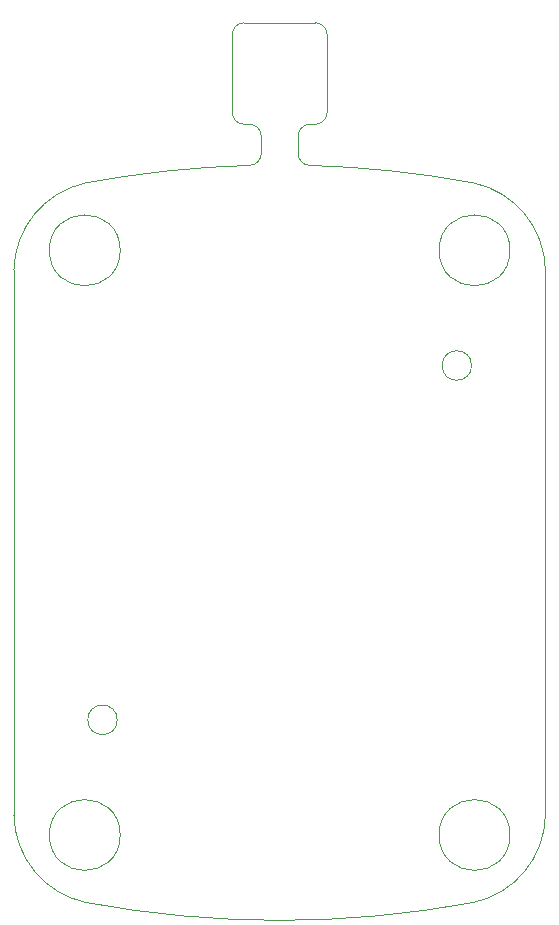
<source format=gko>
G04*
G04 #@! TF.GenerationSoftware,Altium Limited,Altium Designer,19.0.10 (269)*
G04*
G04 Layer_Color=16711935*
%FSLAX25Y25*%
%MOIN*%
G70*
G01*
G75*
%ADD22C,0.00394*%
D22*
X104370Y295275D02*
G03*
X100433Y299212I-3937J0D01*
G01*
X100433Y265354D02*
G03*
X104370Y269291I0J3937D01*
G01*
X72795Y269291D02*
G03*
X76732Y265354I3937J0D01*
G01*
X78500Y251654D02*
G03*
X82437Y255591I0J3937D01*
G01*
X82437Y261417D02*
G03*
X78500Y265354I-3937J0D01*
G01*
X98665Y265354D02*
G03*
X94728Y261417I0J-3937D01*
G01*
X94728Y255591D02*
G03*
X98665Y251654I3937J0D01*
G01*
X153319Y245790D02*
G03*
X98665Y251654I-64984J-348073D01*
G01*
X76732Y299212D02*
G03*
X72795Y295275I0J-3937D01*
G01*
X78500Y251654D02*
G03*
X23846Y245790I10330J-353936D01*
G01*
X35433Y28449D02*
G03*
X35433Y28449I-11811J0D01*
G01*
X0Y35116D02*
G03*
X23846Y5990I30249J441D01*
G01*
X153319Y5990D02*
G03*
X177165Y35116I-6403J29567D01*
G01*
Y216665D02*
G03*
X153319Y245790I-30249J-441D01*
G01*
X23846Y245790D02*
G03*
X0Y216665I6403J-29567D01*
G01*
X165354Y28449D02*
G03*
X165354Y28449I-11811J0D01*
G01*
X35433Y223331D02*
G03*
X35433Y223331I-11811J0D01*
G01*
X165354Y223331D02*
G03*
X165354Y223331I-11811J0D01*
G01*
X152559Y184945D02*
G03*
X152559Y184945I-4921J0D01*
G01*
X34449Y66835D02*
G03*
X34449Y66835I-4921J0D01*
G01*
X23846Y5990D02*
G03*
X153319Y5990I64737J346800D01*
G01*
X104370Y269291D02*
Y295275D01*
X98665Y265354D02*
X100433D01*
X76732Y265354D02*
X78500D01*
X82437Y255591D02*
Y261417D01*
X94728Y255591D02*
Y261417D01*
X76732Y299213D02*
X100433D01*
X72795Y269291D02*
Y295275D01*
X177165Y35116D02*
Y216665D01*
X0Y35116D02*
Y216665D01*
M02*

</source>
